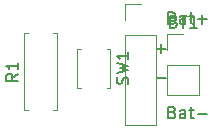
<source format=gbr>
%TF.GenerationSoftware,KiCad,Pcbnew,8.0.4*%
%TF.CreationDate,2024-08-16T16:06:10-07:00*%
%TF.ProjectId,LED2,4c454432-2e6b-4696-9361-645f70636258,rev?*%
%TF.SameCoordinates,Original*%
%TF.FileFunction,Legend,Top*%
%TF.FilePolarity,Positive*%
%FSLAX46Y46*%
G04 Gerber Fmt 4.6, Leading zero omitted, Abs format (unit mm)*
G04 Created by KiCad (PCBNEW 8.0.4) date 2024-08-16 16:06:10*
%MOMM*%
%LPD*%
G01*
G04 APERTURE LIST*
%ADD10C,0.150000*%
%ADD11C,0.120000*%
G04 APERTURE END LIST*
D10*
X158864285Y-95351009D02*
X159007142Y-95398628D01*
X159007142Y-95398628D02*
X159054761Y-95446247D01*
X159054761Y-95446247D02*
X159102380Y-95541485D01*
X159102380Y-95541485D02*
X159102380Y-95684342D01*
X159102380Y-95684342D02*
X159054761Y-95779580D01*
X159054761Y-95779580D02*
X159007142Y-95827200D01*
X159007142Y-95827200D02*
X158911904Y-95874819D01*
X158911904Y-95874819D02*
X158530952Y-95874819D01*
X158530952Y-95874819D02*
X158530952Y-94874819D01*
X158530952Y-94874819D02*
X158864285Y-94874819D01*
X158864285Y-94874819D02*
X158959523Y-94922438D01*
X158959523Y-94922438D02*
X159007142Y-94970057D01*
X159007142Y-94970057D02*
X159054761Y-95065295D01*
X159054761Y-95065295D02*
X159054761Y-95160533D01*
X159054761Y-95160533D02*
X159007142Y-95255771D01*
X159007142Y-95255771D02*
X158959523Y-95303390D01*
X158959523Y-95303390D02*
X158864285Y-95351009D01*
X158864285Y-95351009D02*
X158530952Y-95351009D01*
X159388095Y-94874819D02*
X159959523Y-94874819D01*
X159673809Y-95874819D02*
X159673809Y-94874819D01*
X160816666Y-95874819D02*
X160245238Y-95874819D01*
X160530952Y-95874819D02*
X160530952Y-94874819D01*
X160530952Y-94874819D02*
X160435714Y-95017676D01*
X160435714Y-95017676D02*
X160340476Y-95112914D01*
X160340476Y-95112914D02*
X160245238Y-95160533D01*
X158730112Y-103036009D02*
X158872969Y-103083628D01*
X158872969Y-103083628D02*
X158920588Y-103131247D01*
X158920588Y-103131247D02*
X158968207Y-103226485D01*
X158968207Y-103226485D02*
X158968207Y-103369342D01*
X158968207Y-103369342D02*
X158920588Y-103464580D01*
X158920588Y-103464580D02*
X158872969Y-103512200D01*
X158872969Y-103512200D02*
X158777731Y-103559819D01*
X158777731Y-103559819D02*
X158396779Y-103559819D01*
X158396779Y-103559819D02*
X158396779Y-102559819D01*
X158396779Y-102559819D02*
X158730112Y-102559819D01*
X158730112Y-102559819D02*
X158825350Y-102607438D01*
X158825350Y-102607438D02*
X158872969Y-102655057D01*
X158872969Y-102655057D02*
X158920588Y-102750295D01*
X158920588Y-102750295D02*
X158920588Y-102845533D01*
X158920588Y-102845533D02*
X158872969Y-102940771D01*
X158872969Y-102940771D02*
X158825350Y-102988390D01*
X158825350Y-102988390D02*
X158730112Y-103036009D01*
X158730112Y-103036009D02*
X158396779Y-103036009D01*
X159825350Y-103559819D02*
X159825350Y-103036009D01*
X159825350Y-103036009D02*
X159777731Y-102940771D01*
X159777731Y-102940771D02*
X159682493Y-102893152D01*
X159682493Y-102893152D02*
X159492017Y-102893152D01*
X159492017Y-102893152D02*
X159396779Y-102940771D01*
X159825350Y-103512200D02*
X159730112Y-103559819D01*
X159730112Y-103559819D02*
X159492017Y-103559819D01*
X159492017Y-103559819D02*
X159396779Y-103512200D01*
X159396779Y-103512200D02*
X159349160Y-103416961D01*
X159349160Y-103416961D02*
X159349160Y-103321723D01*
X159349160Y-103321723D02*
X159396779Y-103226485D01*
X159396779Y-103226485D02*
X159492017Y-103178866D01*
X159492017Y-103178866D02*
X159730112Y-103178866D01*
X159730112Y-103178866D02*
X159825350Y-103131247D01*
X160158684Y-102893152D02*
X160539636Y-102893152D01*
X160301541Y-102559819D02*
X160301541Y-103416961D01*
X160301541Y-103416961D02*
X160349160Y-103512200D01*
X160349160Y-103512200D02*
X160444398Y-103559819D01*
X160444398Y-103559819D02*
X160539636Y-103559819D01*
X160872970Y-103178866D02*
X161634875Y-103178866D01*
X157396779Y-97678866D02*
X158158684Y-97678866D01*
X157777731Y-98059819D02*
X157777731Y-97297914D01*
X158730112Y-95036009D02*
X158872969Y-95083628D01*
X158872969Y-95083628D02*
X158920588Y-95131247D01*
X158920588Y-95131247D02*
X158968207Y-95226485D01*
X158968207Y-95226485D02*
X158968207Y-95369342D01*
X158968207Y-95369342D02*
X158920588Y-95464580D01*
X158920588Y-95464580D02*
X158872969Y-95512200D01*
X158872969Y-95512200D02*
X158777731Y-95559819D01*
X158777731Y-95559819D02*
X158396779Y-95559819D01*
X158396779Y-95559819D02*
X158396779Y-94559819D01*
X158396779Y-94559819D02*
X158730112Y-94559819D01*
X158730112Y-94559819D02*
X158825350Y-94607438D01*
X158825350Y-94607438D02*
X158872969Y-94655057D01*
X158872969Y-94655057D02*
X158920588Y-94750295D01*
X158920588Y-94750295D02*
X158920588Y-94845533D01*
X158920588Y-94845533D02*
X158872969Y-94940771D01*
X158872969Y-94940771D02*
X158825350Y-94988390D01*
X158825350Y-94988390D02*
X158730112Y-95036009D01*
X158730112Y-95036009D02*
X158396779Y-95036009D01*
X159825350Y-95559819D02*
X159825350Y-95036009D01*
X159825350Y-95036009D02*
X159777731Y-94940771D01*
X159777731Y-94940771D02*
X159682493Y-94893152D01*
X159682493Y-94893152D02*
X159492017Y-94893152D01*
X159492017Y-94893152D02*
X159396779Y-94940771D01*
X159825350Y-95512200D02*
X159730112Y-95559819D01*
X159730112Y-95559819D02*
X159492017Y-95559819D01*
X159492017Y-95559819D02*
X159396779Y-95512200D01*
X159396779Y-95512200D02*
X159349160Y-95416961D01*
X159349160Y-95416961D02*
X159349160Y-95321723D01*
X159349160Y-95321723D02*
X159396779Y-95226485D01*
X159396779Y-95226485D02*
X159492017Y-95178866D01*
X159492017Y-95178866D02*
X159730112Y-95178866D01*
X159730112Y-95178866D02*
X159825350Y-95131247D01*
X160158684Y-94893152D02*
X160539636Y-94893152D01*
X160301541Y-94559819D02*
X160301541Y-95416961D01*
X160301541Y-95416961D02*
X160349160Y-95512200D01*
X160349160Y-95512200D02*
X160444398Y-95559819D01*
X160444398Y-95559819D02*
X160539636Y-95559819D01*
X160872970Y-95178866D02*
X161634875Y-95178866D01*
X161253922Y-95559819D02*
X161253922Y-94797914D01*
X157396779Y-100178866D02*
X158158684Y-100178866D01*
X145644819Y-99786666D02*
X145168628Y-100119999D01*
X145644819Y-100358094D02*
X144644819Y-100358094D01*
X144644819Y-100358094D02*
X144644819Y-99977142D01*
X144644819Y-99977142D02*
X144692438Y-99881904D01*
X144692438Y-99881904D02*
X144740057Y-99834285D01*
X144740057Y-99834285D02*
X144835295Y-99786666D01*
X144835295Y-99786666D02*
X144978152Y-99786666D01*
X144978152Y-99786666D02*
X145073390Y-99834285D01*
X145073390Y-99834285D02*
X145121009Y-99881904D01*
X145121009Y-99881904D02*
X145168628Y-99977142D01*
X145168628Y-99977142D02*
X145168628Y-100358094D01*
X145644819Y-98834285D02*
X145644819Y-99405713D01*
X145644819Y-99119999D02*
X144644819Y-99119999D01*
X144644819Y-99119999D02*
X144787676Y-99215237D01*
X144787676Y-99215237D02*
X144882914Y-99310475D01*
X144882914Y-99310475D02*
X144930533Y-99405713D01*
X154967200Y-100643332D02*
X155014819Y-100500475D01*
X155014819Y-100500475D02*
X155014819Y-100262380D01*
X155014819Y-100262380D02*
X154967200Y-100167142D01*
X154967200Y-100167142D02*
X154919580Y-100119523D01*
X154919580Y-100119523D02*
X154824342Y-100071904D01*
X154824342Y-100071904D02*
X154729104Y-100071904D01*
X154729104Y-100071904D02*
X154633866Y-100119523D01*
X154633866Y-100119523D02*
X154586247Y-100167142D01*
X154586247Y-100167142D02*
X154538628Y-100262380D01*
X154538628Y-100262380D02*
X154491009Y-100452856D01*
X154491009Y-100452856D02*
X154443390Y-100548094D01*
X154443390Y-100548094D02*
X154395771Y-100595713D01*
X154395771Y-100595713D02*
X154300533Y-100643332D01*
X154300533Y-100643332D02*
X154205295Y-100643332D01*
X154205295Y-100643332D02*
X154110057Y-100595713D01*
X154110057Y-100595713D02*
X154062438Y-100548094D01*
X154062438Y-100548094D02*
X154014819Y-100452856D01*
X154014819Y-100452856D02*
X154014819Y-100214761D01*
X154014819Y-100214761D02*
X154062438Y-100071904D01*
X154014819Y-99738570D02*
X155014819Y-99500475D01*
X155014819Y-99500475D02*
X154300533Y-99309999D01*
X154300533Y-99309999D02*
X155014819Y-99119523D01*
X155014819Y-99119523D02*
X154014819Y-98881428D01*
X155014819Y-97976666D02*
X155014819Y-98548094D01*
X155014819Y-98262380D02*
X154014819Y-98262380D01*
X154014819Y-98262380D02*
X154157676Y-98357618D01*
X154157676Y-98357618D02*
X154252914Y-98452856D01*
X154252914Y-98452856D02*
X154300533Y-98548094D01*
D11*
%TO.C,BT1*%
X158320000Y-96420000D02*
X159650000Y-96420000D01*
X158320000Y-97750000D02*
X158320000Y-96420000D01*
X158320000Y-99020000D02*
X158320000Y-101620000D01*
X158320000Y-99020000D02*
X160980000Y-99020000D01*
X158320000Y-101620000D02*
X160980000Y-101620000D01*
X160980000Y-99020000D02*
X160980000Y-101620000D01*
%TO.C,BatteryChargeModule1*%
X154730000Y-93860000D02*
X156060000Y-93860000D01*
X154730000Y-95190000D02*
X154730000Y-93860000D01*
X154730000Y-96460000D02*
X154730000Y-104140000D01*
X154730000Y-96460000D02*
X157390000Y-96460000D01*
X154730000Y-104140000D02*
X157390000Y-104140000D01*
X157390000Y-96460000D02*
X157390000Y-104140000D01*
%TO.C,R1*%
X146190000Y-96350000D02*
X146520000Y-96350000D01*
X146190000Y-102890000D02*
X146190000Y-96350000D01*
X146520000Y-102890000D02*
X146190000Y-102890000D01*
X148600000Y-102890000D02*
X148930000Y-102890000D01*
X148930000Y-96350000D02*
X148600000Y-96350000D01*
X148930000Y-102890000D02*
X148930000Y-96350000D01*
%TO.C,SW1*%
X150660000Y-97660000D02*
X150660000Y-100960000D01*
X150660000Y-100960000D02*
X150960000Y-100960000D01*
X150960000Y-97660000D02*
X150660000Y-97660000D01*
X153160000Y-97660000D02*
X153460000Y-97660000D01*
X153460000Y-97660000D02*
X153460000Y-100960000D01*
X153460000Y-100960000D02*
X153160000Y-100960000D01*
%TD*%
M02*

</source>
